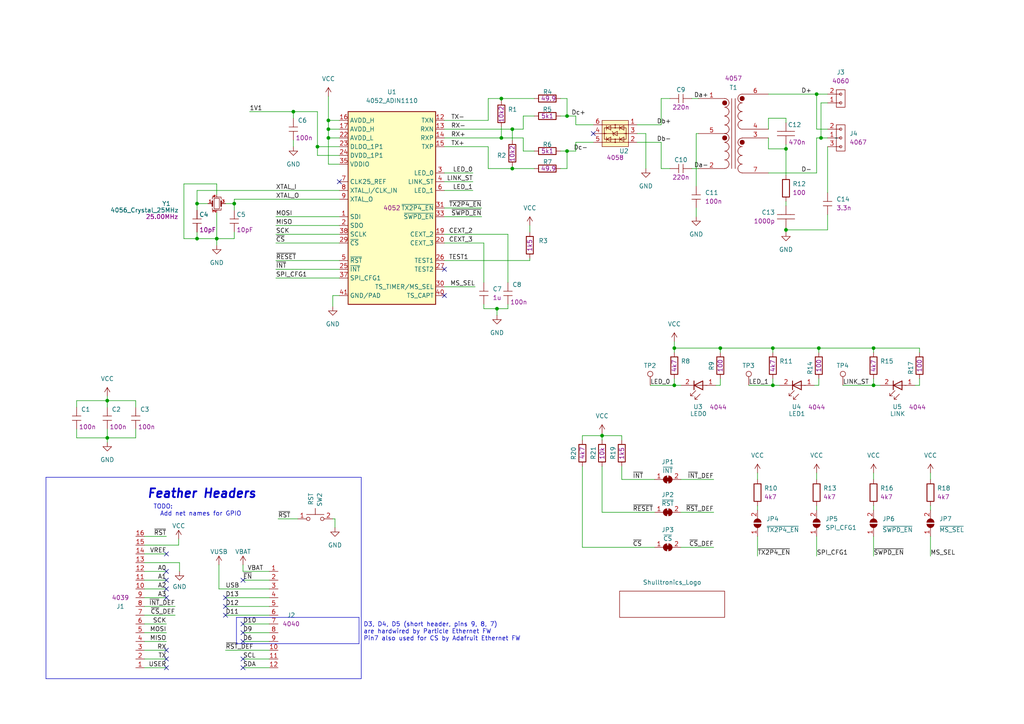
<source format=kicad_sch>
(kicad_sch (version 20230121) (generator eeschema)
  (paper "A4")
  (title_block (title "ADIN1110 FeatherWing") (date "2023-08-16") (rev "A") (company "Shulltronics"))
  (junction (at 236.855 27.305))
  (junction (at 31.115 116.205))
  (junction (at 145.415 40.005))
  (junction (at 144.145 89.535))
  (junction (at 164.465 43.815))
  (junction (at 227.965 66.675))
  (junction (at 62.865 69.215))
  (junction (at 253.365 100.965))
  (junction (at 145.415 28.575))
  (junction (at 67.945 59.055))
  (junction (at 57.15 59.055))
  (junction (at 95.25 34.925))
  (junction (at 174.625 126.365))
  (junction (at 238.125 40.005))
  (junction (at 148.59 48.895))
  (junction (at 208.915 100.965))
  (junction (at 148.59 37.465))
  (junction (at 92.075 42.545))
  (junction (at 224.155 111.76))
  (junction (at 195.58 100.965))
  (junction (at 57.15 69.215))
  (junction (at 164.465 33.655))
  (junction (at 85.09 32.385))
  (junction (at 95.25 40.005))
  (junction (at 253.365 111.76))
  (junction (at 227.965 43.18))
  (junction (at 95.25 37.465))
  (junction (at 224.155 100.965))
  (junction (at 195.58 111.76))
  (junction (at 237.49 100.965))
  (junction (at 31.115 127))
  (no_connect (at 128.905 85.725))
  (no_connect (at 48.26 170.815))
  (no_connect (at 98.425 52.705))
  (no_connect (at 65.405 178.435))
  (no_connect (at 70.485 186.055))
  (no_connect (at 172.085 38.735))
  (no_connect (at 48.26 160.655))
  (no_connect (at 70.485 191.135))
  (no_connect (at 70.485 183.515))
  (no_connect (at 48.26 168.275))
  (no_connect (at 48.26 173.355))
  (no_connect (at 48.26 165.735))
  (no_connect (at 65.405 173.355))
  (no_connect (at 48.26 193.675))
  (no_connect (at 48.26 191.135))
  (no_connect (at 70.485 168.275))
  (no_connect (at 65.405 175.895))
  (no_connect (at 48.26 188.595))
  (no_connect (at 128.905 78.105))
  (no_connect (at 70.485 193.675))
  (no_connect (at 70.485 180.975))
  (wire (pts (xy 80.01 78.105) (xy 98.425 78.105)))
  (wire (pts (xy 145.415 28.575) (xy 145.415 29.21)))
  (wire (pts (xy 191.77 41.275) (xy 191.77 48.895)))
  (wire (pts (xy 238.125 40.005) (xy 240.03 40.005)))
  (wire (pts (xy 201.93 60.325) (xy 201.93 62.865)))
  (wire (pts (xy 151.765 33.655) (xy 154.94 33.655)))
  (wire (pts (xy 145.415 36.83) (xy 145.415 40.005)))
  (wire (pts (xy 224.155 100.965) (xy 237.49 100.965)))
  (wire (pts (xy 140.335 88.265) (xy 140.335 89.535)))
  (wire (pts (xy 39.37 127) (xy 39.37 124.46)))
  (wire (pts (xy 227.965 43.18) (xy 227.965 41.91)))
  (wire (pts (xy 52.07 163.195) (xy 52.07 165.735)))
  (wire (pts (xy 78.105 191.135) (xy 70.485 191.135)))
  (wire (pts (xy 98.425 57.785) (xy 67.945 57.785)))
  (wire (pts (xy 195.58 99.06) (xy 195.58 100.965)))
  (wire (pts (xy 41.91 175.895) (xy 50.8 175.895)))
  (wire (pts (xy 208.915 100.965) (xy 208.915 102.235)))
  (wire (pts (xy 162.56 43.815) (xy 164.465 43.815)))
  (wire (pts (xy 51.816 156.337) (xy 51.816 158.115)))
  (wire (pts (xy 184.785 36.195) (xy 191.77 36.195)))
  (wire (pts (xy 237.49 111.76) (xy 237.49 109.855)))
  (wire (pts (xy 236.855 27.305) (xy 222.885 27.305)))
  (polyline (pts (xy 13.335 138.43) (xy 104.775 138.43)))
  (wire (pts (xy 201.93 38.735) (xy 201.93 53.975)))
  (wire (pts (xy 62.865 69.215) (xy 62.865 71.12)))
  (wire (pts (xy 128.905 75.565) (xy 153.67 75.565)))
  (wire (pts (xy 48.26 180.975) (xy 41.91 180.975)))
  (wire (pts (xy 141.605 48.895) (xy 148.59 48.895)))
  (wire (pts (xy 31.115 127) (xy 22.225 127)))
  (wire (pts (xy 144.145 89.535) (xy 147.32 89.535)))
  (polyline (pts (xy 104.14 186.69) (xy 68.58 186.69)))
  (wire (pts (xy 174.625 148.59) (xy 189.865 148.59)))
  (wire (pts (xy 222.885 34.29) (xy 227.965 34.29)))
  (wire (pts (xy 222.885 40.005) (xy 222.885 43.18)))
  (wire (pts (xy 78.105 193.675) (xy 70.485 193.675)))
  (wire (pts (xy 141.605 42.545) (xy 141.605 48.895)))
  (wire (pts (xy 70.485 163.83) (xy 70.485 165.735)))
  (wire (pts (xy 253.365 155.575) (xy 253.365 161.29)))
  (wire (pts (xy 65.405 173.355) (xy 78.105 173.355)))
  (wire (pts (xy 78.105 186.055) (xy 70.485 186.055)))
  (wire (pts (xy 219.71 137.16) (xy 219.71 139.065)))
  (wire (pts (xy 72.39 32.385) (xy 85.09 32.385)))
  (wire (pts (xy 144.145 89.535) (xy 144.145 91.44)))
  (wire (pts (xy 240.03 37.465) (xy 236.855 37.465)))
  (wire (pts (xy 253.365 146.685) (xy 253.365 147.955)))
  (wire (pts (xy 253.365 137.16) (xy 253.365 139.065)))
  (wire (pts (xy 96.52 85.725) (xy 98.425 85.725)))
  (wire (pts (xy 227.965 66.675) (xy 227.965 67.31)))
  (wire (pts (xy 174.625 126.365) (xy 180.34 126.365)))
  (wire (pts (xy 78.105 180.975) (xy 70.485 180.975)))
  (wire (pts (xy 240.03 42.545) (xy 240.03 55.88)))
  (wire (pts (xy 95.25 34.925) (xy 98.425 34.925)))
  (wire (pts (xy 57.15 69.215) (xy 57.15 67.31)))
  (wire (pts (xy 92.075 45.085) (xy 92.075 42.545)))
  (wire (pts (xy 85.09 32.385) (xy 92.075 32.385)))
  (wire (pts (xy 140.335 81.915) (xy 140.335 70.485)))
  (wire (pts (xy 207.645 111.76) (xy 208.915 111.76)))
  (wire (pts (xy 227.965 66.04) (xy 227.965 66.675)))
  (wire (pts (xy 31.115 116.205) (xy 22.225 116.205)))
  (polyline (pts (xy 13.335 138.43) (xy 13.335 196.85)))
  (wire (pts (xy 148.59 48.895) (xy 154.94 48.895)))
  (wire (pts (xy 219.71 146.685) (xy 219.71 147.955)))
  (wire (pts (xy 67.945 67.31) (xy 67.945 69.215)))
  (wire (pts (xy 164.465 33.655) (xy 164.465 28.575)))
  (wire (pts (xy 80.01 70.485) (xy 98.425 70.485)))
  (wire (pts (xy 41.91 160.655) (xy 48.26 160.655)))
  (wire (pts (xy 168.91 126.365) (xy 168.91 127.635)))
  (wire (pts (xy 48.26 191.135) (xy 41.91 191.135)))
  (wire (pts (xy 237.49 100.965) (xy 237.49 102.235)))
  (wire (pts (xy 31.115 128.27) (xy 31.115 127)))
  (wire (pts (xy 180.34 126.365) (xy 180.34 127.635)))
  (wire (pts (xy 96.52 150.495) (xy 97.155 150.495)))
  (wire (pts (xy 67.945 57.785) (xy 67.945 59.055)))
  (wire (pts (xy 80.01 75.565) (xy 98.425 75.565)))
  (polyline (pts (xy 104.775 196.85) (xy 13.335 196.85)))
  (wire (pts (xy 236.22 111.76) (xy 237.49 111.76)))
  (wire (pts (xy 195.58 109.855) (xy 195.58 111.76)))
  (wire (pts (xy 217.17 111.76) (xy 224.155 111.76)))
  (wire (pts (xy 95.25 47.625) (xy 95.25 40.005)))
  (wire (pts (xy 236.855 146.685) (xy 236.855 147.955)))
  (wire (pts (xy 80.01 67.945) (xy 98.425 67.945)))
  (wire (pts (xy 140.335 89.535) (xy 144.145 89.535)))
  (wire (pts (xy 65.405 188.595) (xy 78.105 188.595)))
  (wire (pts (xy 31.115 124.46) (xy 31.115 127)))
  (polyline (pts (xy 104.14 179.07) (xy 104.14 186.69)))
  (wire (pts (xy 97.155 150.495) (xy 97.155 153.035)))
  (wire (pts (xy 265.43 111.76) (xy 266.7 111.76)))
  (wire (pts (xy 48.26 155.575) (xy 41.91 155.575)))
  (wire (pts (xy 187.325 38.735) (xy 187.325 48.895)))
  (wire (pts (xy 164.465 28.575) (xy 162.56 28.575)))
  (wire (pts (xy 92.075 42.545) (xy 92.075 32.385)))
  (wire (pts (xy 224.155 109.855) (xy 224.155 111.76)))
  (wire (pts (xy 147.32 89.535) (xy 147.32 88.265)))
  (wire (pts (xy 236.855 155.575) (xy 236.855 161.29)))
  (wire (pts (xy 191.77 28.575) (xy 194.31 28.575)))
  (wire (pts (xy 200.66 28.575) (xy 202.565 28.575)))
  (wire (pts (xy 63.5 170.815) (xy 78.105 170.815)))
  (wire (pts (xy 78.105 183.515) (xy 70.485 183.515)))
  (wire (pts (xy 53.34 69.215) (xy 53.34 53.34)))
  (wire (pts (xy 266.7 111.76) (xy 266.7 109.855)))
  (wire (pts (xy 31.115 114.935) (xy 31.115 116.205)))
  (wire (pts (xy 41.91 158.115) (xy 51.816 158.115)))
  (wire (pts (xy 128.905 60.325) (xy 139.7 60.325)))
  (wire (pts (xy 41.91 178.435) (xy 50.8 178.435)))
  (wire (pts (xy 222.885 50.165) (xy 236.855 50.165)))
  (wire (pts (xy 57.15 59.055) (xy 60.325 59.055)))
  (wire (pts (xy 266.7 100.965) (xy 266.7 102.235)))
  (wire (pts (xy 167.005 36.195) (xy 172.085 36.195)))
  (wire (pts (xy 195.58 111.76) (xy 197.485 111.76)))
  (wire (pts (xy 269.875 155.575) (xy 269.875 161.29)))
  (wire (pts (xy 145.415 28.575) (xy 141.605 28.575)))
  (wire (pts (xy 70.485 165.735) (xy 78.105 165.735)))
  (wire (pts (xy 224.155 111.76) (xy 226.06 111.76)))
  (wire (pts (xy 96.52 88.9) (xy 96.52 85.725)))
  (wire (pts (xy 191.77 48.895) (xy 194.31 48.895)))
  (wire (pts (xy 128.905 42.545) (xy 141.605 42.545)))
  (wire (pts (xy 151.765 33.655) (xy 151.765 37.465)))
  (wire (pts (xy 167.005 33.655) (xy 164.465 33.655)))
  (wire (pts (xy 41.91 193.675) (xy 48.26 193.675)))
  (wire (pts (xy 253.365 111.76) (xy 255.27 111.76)))
  (wire (pts (xy 57.15 59.055) (xy 57.15 55.245)))
  (wire (pts (xy 128.905 50.165) (xy 137.16 50.165)))
  (wire (pts (xy 197.485 158.75) (xy 207.01 158.75)))
  (wire (pts (xy 128.905 37.465) (xy 148.59 37.465)))
  (wire (pts (xy 145.415 40.005) (xy 151.765 40.005)))
  (wire (pts (xy 80.01 65.405) (xy 98.425 65.405)))
  (wire (pts (xy 148.59 40.64) (xy 148.59 37.465)))
  (wire (pts (xy 236.855 27.305) (xy 240.03 27.305)))
  (wire (pts (xy 95.25 37.465) (xy 95.25 40.005)))
  (wire (pts (xy 269.875 146.685) (xy 269.875 147.955)))
  (wire (pts (xy 236.855 50.165) (xy 236.855 40.005)))
  (wire (pts (xy 85.09 40.64) (xy 85.09 42.545)))
  (wire (pts (xy 174.625 126.365) (xy 168.91 126.365)))
  (wire (pts (xy 174.625 126.365) (xy 174.625 127.635)))
  (wire (pts (xy 67.945 59.055) (xy 67.945 60.96)))
  (wire (pts (xy 65.405 59.055) (xy 67.945 59.055)))
  (wire (pts (xy 227.965 43.18) (xy 227.965 50.8)))
  (wire (pts (xy 208.915 100.965) (xy 224.155 100.965)))
  (wire (pts (xy 62.865 69.215) (xy 57.15 69.215)))
  (wire (pts (xy 153.67 65.405) (xy 153.67 67.31)))
  (wire (pts (xy 48.26 186.055) (xy 41.91 186.055)))
  (wire (pts (xy 48.26 183.515) (xy 41.91 183.515)))
  (wire (pts (xy 253.365 100.965) (xy 266.7 100.965)))
  (wire (pts (xy 180.34 135.255) (xy 180.34 139.065)))
  (wire (pts (xy 188.595 111.76) (xy 195.58 111.76)))
  (wire (pts (xy 22.225 116.205) (xy 22.225 118.11)))
  (wire (pts (xy 39.37 118.11) (xy 39.37 116.205)))
  (wire (pts (xy 224.155 102.235) (xy 224.155 100.965)))
  (wire (pts (xy 53.34 53.34) (xy 62.865 53.34)))
  (wire (pts (xy 167.005 36.195) (xy 167.005 33.655)))
  (wire (pts (xy 57.15 69.215) (xy 53.34 69.215)))
  (wire (pts (xy 41.91 163.195) (xy 52.07 163.195)))
  (wire (pts (xy 222.885 43.18) (xy 227.965 43.18)))
  (wire (pts (xy 168.91 158.75) (xy 189.865 158.75)))
  (wire (pts (xy 236.855 137.16) (xy 236.855 139.065)))
  (wire (pts (xy 140.335 70.485) (xy 128.905 70.485)))
  (wire (pts (xy 227.965 34.29) (xy 227.965 35.56)))
  (wire (pts (xy 48.26 173.355) (xy 41.91 173.355)))
  (wire (pts (xy 269.875 137.16) (xy 269.875 139.065)))
  (wire (pts (xy 128.905 67.945) (xy 147.32 67.945)))
  (wire (pts (xy 227.965 66.675) (xy 240.03 66.675)))
  (wire (pts (xy 128.905 83.185) (xy 137.795 83.185)))
  (polyline (pts (xy 68.58 179.07) (xy 68.58 186.69)))
  (wire (pts (xy 148.59 37.465) (xy 151.765 37.465)))
  (wire (pts (xy 80.01 80.645) (xy 98.425 80.645)))
  (wire (pts (xy 63.5 163.83) (xy 63.5 170.815)))
  (wire (pts (xy 22.225 127) (xy 22.225 124.46)))
  (wire (pts (xy 48.26 165.735) (xy 41.91 165.735)))
  (wire (pts (xy 92.075 42.545) (xy 98.425 42.545)))
  (wire (pts (xy 128.905 55.245) (xy 137.16 55.245)))
  (wire (pts (xy 65.405 175.895) (xy 78.105 175.895)))
  (wire (pts (xy 222.885 34.29) (xy 222.885 37.465)))
  (wire (pts (xy 48.26 170.815) (xy 41.91 170.815)))
  (wire (pts (xy 167.005 41.275) (xy 172.085 41.275)))
  (wire (pts (xy 98.425 37.465) (xy 95.25 37.465)))
  (wire (pts (xy 197.485 148.59) (xy 207.01 148.59)))
  (wire (pts (xy 95.25 34.925) (xy 95.25 27.94)))
  (wire (pts (xy 98.425 47.625) (xy 95.25 47.625)))
  (wire (pts (xy 148.59 48.26) (xy 148.59 48.895)))
  (wire (pts (xy 31.115 127) (xy 39.37 127)))
  (wire (pts (xy 151.765 40.005) (xy 151.765 43.815)))
  (wire (pts (xy 237.49 100.965) (xy 253.365 100.965)))
  (wire (pts (xy 147.32 67.945) (xy 147.32 81.915)))
  (wire (pts (xy 154.94 28.575) (xy 145.415 28.575)))
  (wire (pts (xy 236.855 27.305) (xy 236.855 37.465)))
  (wire (pts (xy 98.425 45.085) (xy 92.075 45.085)))
  (wire (pts (xy 80.645 150.495) (xy 86.36 150.495)))
  (wire (pts (xy 167.005 43.815) (xy 167.005 41.275)))
  (wire (pts (xy 200.66 48.895) (xy 202.565 48.895)))
  (wire (pts (xy 168.91 135.255) (xy 168.91 158.75)))
  (wire (pts (xy 187.325 38.735) (xy 184.785 38.735)))
  (wire (pts (xy 253.365 102.235) (xy 253.365 100.965)))
  (wire (pts (xy 128.905 52.705) (xy 137.16 52.705)))
  (wire (pts (xy 240.03 29.845) (xy 238.125 29.845)))
  (wire (pts (xy 48.26 168.275) (xy 41.91 168.275)))
  (wire (pts (xy 227.965 58.42) (xy 227.965 59.69)))
  (wire (pts (xy 253.365 109.855) (xy 253.365 111.76)))
  (wire (pts (xy 62.865 61.595) (xy 62.865 69.215)))
  (wire (pts (xy 195.58 102.235) (xy 195.58 100.965)))
  (wire (pts (xy 197.485 139.065) (xy 207.01 139.065)))
  (wire (pts (xy 162.56 33.655) (xy 164.465 33.655)))
  (polyline (pts (xy 104.775 138.43) (xy 104.775 196.85)))
  (wire (pts (xy 62.865 53.34) (xy 62.865 56.515)))
  (wire (pts (xy 80.01 62.865) (xy 98.425 62.865)))
  (wire (pts (xy 65.405 178.435) (xy 78.105 178.435)))
  (wire (pts (xy 98.425 40.005) (xy 95.25 40.005)))
  (wire (pts (xy 57.15 60.96) (xy 57.15 59.055)))
  (wire (pts (xy 236.855 40.005) (xy 238.125 40.005)))
  (wire (pts (xy 184.785 41.275) (xy 191.77 41.275)))
  (wire (pts (xy 141.605 28.575) (xy 141.605 34.925)))
  (wire (pts (xy 219.71 155.575) (xy 219.71 161.29)))
  (wire (pts (xy 208.915 111.76) (xy 208.915 109.855)))
  (wire (pts (xy 238.125 29.845) (xy 238.125 40.005)))
  (wire (pts (xy 67.945 69.215) (xy 62.865 69.215)))
  (wire (pts (xy 174.625 135.255) (xy 174.625 148.59)))
  (wire (pts (xy 128.905 62.865) (xy 139.7 62.865)))
  (wire (pts (xy 162.56 48.895) (xy 164.465 48.895)))
  (wire (pts (xy 240.03 62.23) (xy 240.03 66.675)))
  (wire (pts (xy 128.905 40.005) (xy 145.415 40.005)))
  (wire (pts (xy 244.475 111.76) (xy 253.365 111.76)))
  (wire (pts (xy 191.77 36.195) (xy 191.77 28.575)))
  (wire (pts (xy 95.25 34.925) (xy 95.25 37.465)))
  (wire (pts (xy 31.115 116.205) (xy 31.115 118.11)))
  (wire (pts (xy 128.905 34.925) (xy 141.605 34.925)))
  (wire (pts (xy 39.37 116.205) (xy 31.115 116.205)))
  (wire (pts (xy 180.34 139.065) (xy 189.865 139.065)))
  (wire (pts (xy 154.94 43.815) (xy 151.765 43.815)))
  (wire (pts (xy 48.26 188.595) (xy 41.91 188.595)))
  (wire (pts (xy 174.625 125.73) (xy 174.625 126.365)))
  (wire (pts (xy 195.58 100.965) (xy 208.915 100.965)))
  (wire (pts (xy 164.465 43.815) (xy 164.465 48.895)))
  (polyline (pts (xy 68.58 179.07) (xy 104.14 179.07)))
  (wire (pts (xy 153.67 74.93) (xy 153.67 75.565)))
  (wire (pts (xy 85.09 32.385) (xy 85.09 34.29)))
  (wire (pts (xy 164.465 43.815) (xy 167.005 43.815)))
  (wire (pts (xy 202.565 38.735) (xy 201.93 38.735)))
  (wire (pts (xy 57.15 55.245) (xy 98.425 55.245)))
  (wire (pts (xy 78.105 168.275) (xy 70.485 168.275)))
  (text "TODO:\n  Add net names for GPIO" (at 44.45 149.86 0) (effects (font (size 1.27 1.27)) (justify left bottom)))
  (text "Feather Headers" (at 42.545 144.78 0) (effects (font (size 2.54 2.54) bold italic) (justify left bottom)))
  (text "D3, D4, D5 (short header, pins 9, 8, 7)\nare hardwired by Particle Ethernet FW\nPin7 also used for CS by Adafruit Ethernet FW" (at 105.41 186.055 0) (effects (font (size 1.27 1.27)) (justify left bottom)))
  (label "MISO" (at 80.01 65.405 0))
  (label "LINK_ST" (at 137.16 52.705 180))
  (label "LED_1" (at 137.16 55.245 180))
  (label "MS_SEL" (at 269.875 161.29 0))
  (label "TX-" (at 130.81 34.925 0))
  (label "~{INT}_DEF" (at 50.8 175.895 180))
  (label "MOSI" (at 48.26 183.515 180))
  (label "SDA" (at 70.485 193.675 0))
  (label "Db+" (at 190.5 36.195 0))
  (label "LED_0" (at 137.16 50.165 180))
  (label "SCL" (at 70.485 191.135 0))
  (label "~{SWPD_EN}" (at 253.365 161.29 0))
  (label "CEXT_3" (at 130.175 70.485 0))
  (label "~{INT}" (at 80.01 78.105 0))
  (label "1V1" (at 72.39 32.385 0))
  (label "~{INT}" (at 183.515 139.065 0))
  (label "MISO" (at 48.26 186.055 180))
  (label "VREF" (at 48.26 160.655 180))
  (label "RX" (at 48.26 188.595 180))
  (label "~{RESET}" (at 80.01 75.565 0))
  (label "~{CS}" (at 183.515 158.75 0))
  (label "~{INT}_DEF" (at 207.01 139.065 180))
  (label "D12" (at 65.405 175.895 0))
  (label "~{CS}_DEF" (at 207.01 158.75 180))
  (label "~{RST}_DEF" (at 207.01 148.59 180))
  (label "Db-" (at 190.5 41.275 0))
  (label "~{CS}" (at 80.01 70.485 0))
  (label "~{CS}_DEF" (at 50.8 178.435 180))
  (label "D6" (at 70.485 186.055 0))
  (label "TX" (at 48.26 191.135 180))
  (label "SPI_CFG1" (at 80.01 80.645 0))
  (label "Dc-" (at 166.37 43.815 0))
  (label "A2" (at 48.26 170.815 180))
  (label "USB" (at 65.405 170.815 0))
  (label "CEXT_2" (at 130.175 67.945 0))
  (label "~{TX2P4_EN}" (at 139.7 60.325 180))
  (label "~{RST}" (at 48.26 155.575 180))
  (label "LED_1" (at 217.17 111.76 0))
  (label "LED_0" (at 188.595 111.76 0))
  (label "USER" (at 48.26 193.675 180))
  (label "SPI_CFG1" (at 236.855 161.29 0))
  (label "~{RST}" (at 80.645 150.495 0))
  (label "D9" (at 70.485 183.515 0))
  (label "~{RESET}" (at 183.515 148.59 0))
  (label "D13" (at 65.405 173.355 0))
  (label "RX-" (at 130.81 37.465 0))
  (label "~{TX2P4_EN}" (at 219.71 161.29 0))
  (label "Dc+" (at 165.735 33.655 0))
  (label "A3" (at 48.26 173.355 180))
  (label "RX+" (at 130.81 40.005 0))
  (label "VBAT" (at 71.755 165.735 0))
  (label "MS_SEL" (at 137.795 83.185 180))
  (label "XTAL_I" (at 80.01 55.245 0))
  (label "A1" (at 48.26 168.275 180))
  (label "D+" (at 232.41 27.305 0))
  (label "A0" (at 48.26 165.735 180))
  (label "D11" (at 65.405 178.435 0))
  (label "D10" (at 70.485 180.975 0))
  (label "Da-" (at 201.295 48.895 0))
  (label "~{RST}_DEF" (at 65.405 188.595 0))
  (label "Da+" (at 201.295 28.575 0))
  (label "~{EN}" (at 70.485 168.275 0))
  (label "TX+" (at 130.81 42.545 0))
  (label "TEST1" (at 130.175 75.565 0))
  (label "SCK" (at 48.26 180.975 180))
  (label "XTAL_O" (at 80.01 57.785 0))
  (label "~{SWPD_EN}" (at 139.7 62.865 180))
  (label "SCK" (at 80.01 67.945 0))
  (label "MOSI" (at 80.01 62.865 0))
  (label "D-" (at 232.41 50.165 0))
  (label "LINK_ST" (at 244.475 111.76 0))
  (symbol (lib_id "Shulltronics_Passives:SolderJumper_2_Open") (at 236.855 151.765 90) (unit 1)
    (property "Reference" "JP5" (at 239.395 150.4949 90) (effects (justify right)))
    (property "Value" "SPI_CFG1" (at 239.395 153.0349 90) (effects (justify right)))
    (property "Footprint" "Jumper:SolderJumper-2_P1.3mm_Open_TrianglePad1.0x1.5mm" (effects hide))
  )
  (symbol (lib_id "Shulltronics_Sch_Symbols:VCC") (at 51.816 156.337 0) (unit 1) (in_bom no)
    (property "Reference" "#PWR03" (effects hide))
    (property "Value" "VCC" (at 51.816 152.527 0))
  )
  (symbol (lib_id "Shulltronics_Passives:SolderJumper_2_Open") (at 219.71 151.765 90) (unit 1)
    (property "Reference" "JP4" (at 222.25 150.4949 90) (effects (justify right)))
    (property "Value" "~{TX2P4_EN}" (at 222.25 153.6699 90) (effects (justify right)))
    (property "Footprint" "Jumper:SolderJumper-2_P1.3mm_Open_TrianglePad1.0x1.5mm" (effects hide))
  )
  (symbol (lib_id "Shulltronics_Passives:4063_Capacitor_100n_50V_0402") (at 201.93 56.515 90) (unit 1)
    (property "Reference" "C11" (at 204.47 55.8799 90) (effects (justify right)))
    (property "Value" "4063_Capacitor_100n_50V_0402" (effects hide))
    (property "Footprint" "Shulltronics_Generics:C_0402_HandSolder" (effects hide))
    (property "Datasheet" "https://media.digikey.com/pdf/Data%20Sheets/Samsung%20PDFs/CL05A104KA5NNNC.pdf" (effects hide))
    (property "SPN" "4063" (effects hide))
    (property "Val" "100n" (at 204.47 58.4199 90) (effects (justify right)))
  )
  (symbol (lib_id "Shulltronics_Passives:4038_Resistor_SMD_100_0.125W_1%") (at 208.915 106.045 180) (unit 1)
    (property "Reference" "R9" (at 206.375 104.775 90) (effects (justify left)))
    (property "Value" "4038_Resistor_SMD_100_0.125W_1%" (effects hide))
    (property "Footprint" "Shulltronics_Generics:RES-0402" (effects hide))
    (property "Datasheet" "https://www.te.com/commerce/DocumentDelivery/DDEController?Action=srchrtrv&DocNm=9-1773463-9&DocType=DS&DocLang=English" (effects hide))
    (property "SPN" "4038" (effects hide))
    (property "Val" "100" (at 208.915 104.14 90) (effects (justify left)))
  )
  (symbol (lib_id "Shulltronics_Sch_Symbols:GND") (at 144.145 91.44 0) (unit 1)
    (property "Reference" "#PWR011" (effects hide))
    (property "Value" "GND" (at 144.145 96.52 0))
  )
  (symbol (lib_id "Shulltronics_Sch_Symbols:GND") (at 31.115 128.27 0) (unit 1)
    (property "Reference" "#PWR02" (effects hide))
    (property "Value" "GND" (at 31.115 133.35 0))
  )
  (symbol (lib_id "Shulltronics_Sch_Symbols:VCC") (at 31.115 114.935 0) (unit 1) (in_bom no)
    (property "Reference" "#PWR01" (effects hide))
    (property "Value" "VCC" (at 31.115 109.855 0))
  )
  (symbol (lib_id "Shulltronics_Passives:4062_Capacitor_1nF_2kV_1206") (at 227.965 62.23 90) (unit 1)
    (property "Reference" "C13" (at 224.79 61.5949 90) (effects (justify left)))
    (property "Value" "4062_Capacitor_1nF_2kV_1206" (effects hide))
    (property "Footprint" "Capacitor_SMD:C_1206_3216Metric_Pad1.33x1.80mm_HandSolder" (effects hide))
    (property "Datasheet" "https://datasheets.kyocera-avx.com/HVKGM.pdf" (effects hide))
    (property "SPN" "4062" (effects hide))
    (property "Val" "1000p" (at 224.79 64.1349 90) (effects (justify left)))
  )
  (symbol (lib_id "Shulltronics_Passives:4064_Resistor_SMD_4k7_0.10W_1%") (at 195.58 106.045 0) (unit 1)
    (property "Reference" "R8" (at 197.485 104.7749 0) (effects (justify left)))
    (property "Value" "4064_Resistor_SMD_4k7_0.10W_1%" (effects hide))
    (property "Footprint" "Shulltronics_Generics:RES-0402" (effects hide))
    (property "Datasheet" "https://industrial.panasonic.com/cdbs/www-data/pdf/RDA0000/AOA0000C304.pdf" (effects hide))
    (property "SPN" "4064" (effects hide))
    (property "Val" "4k7" (at 195.58 107.95 90) (effects (justify left)))
  )
  (symbol (lib_id "Shulltronics_Opto:4044_LED_RED_SMD") (at 231.14 111.76 180) (unit 1)
    (property "Reference" "U4" (at 232.41 117.9829 0) (effects (justify left)))
    (property "Value" "LED1" (at 231.14 120.015 0))
    (property "Footprint" "Shulltronics_Generics:LED_0402" (effects hide))
    (property "Datasheet" "https://docs.broadcom.com/doc/AV02-0602EN" (effects hide))
    (property "SPN" "4044" (at 239.395 118.11 0) (effects (justify left)))
  )
  (symbol (lib_id "Shulltronics_Passives:4013_Capacitor_1u_16V_0402") (at 140.335 84.455 90) (unit 1)
    (property "Reference" "C7" (at 142.875 83.8199 90) (effects (justify right)))
    (property "Value" "4013_Capacitor_1u_16V_0402" (effects hide))
    (property "Footprint" "Shulltronics_Generics:C_0402_HandSolder" (effects hide))
    (property "Datasheet" "https://media.digikey.com/pdf/Data%20Sheets/Samsung%20PDFs/CL05A104KA5NNNC.pdf" (effects hide))
    (property "SPN" "4013" (effects hide))
    (property "Val" "1u" (at 142.875 86.3599 90) (effects (justify right)))
  )
  (symbol (lib_id "Shulltronics_Passives:4065_Resistor_SMD_1k5_0.10W_1%") (at 180.34 131.445 0) (unit 1)
    (property "Reference" "R19" (at 177.8 133.35 90) (effects (justify left)))
    (property "Value" "4065_Resistor_SMD_1k5_0.10W_1%" (effects hide))
    (property "Footprint" "Shulltronics_Generics:RES-0402" (effects hide))
    (property "Datasheet" "https://industrial.panasonic.com/cdbs/www-data/pdf/RDA0000/AOA0000C304.pdf" (effects hide))
    (property "SPN" "4065" (effects hide))
    (property "Val" "1k5" (at 180.34 133.35 90) (effects (justify left)))
  )
  (symbol (lib_id "Shulltronics_Passives:4038_Resistor_SMD_100_0.125W_1%") (at 237.49 106.045 180) (unit 1)
    (property "Reference" "R14" (at 234.95 104.775 90) (effects (justify left)))
    (property "Value" "4038_Resistor_SMD_100_0.125W_1%" (effects hide))
    (property "Footprint" "Shulltronics_Generics:RES-0402" (effects hide))
    (property "Datasheet" "https://www.te.com/commerce/DocumentDelivery/DDEController?Action=srchrtrv&DocNm=9-1773463-9&DocType=DS&DocLang=English" (effects hide))
    (property "SPN" "4038" (effects hide))
    (property "Val" "100" (at 237.49 104.14 90) (effects (justify left)))
  )
  (symbol (lib_id "Shulltronics_Passives:3089_Capacitor_100n_16V_0402") (at 39.37 120.65 90) (unit 1)
    (property "Reference" "C3" (at 40.64 118.745 90) (effects (justify right)))
    (property "Value" "3089_Capacitor_100n_16V_0402" (effects hide))
    (property "Footprint" "Shulltronics_Generics:C_0402_HandSolder" (effects hide))
    (property "Datasheet" "https://media.digikey.com/pdf/Data%20Sheets/Samsung%20PDFs/CL05A104KA5NNNC.pdf" (effects hide))
    (property "SPN" "3089" (effects hide))
    (property "Val" "100n" (at 40.005 123.825 90) (effects (justify right)))
  )
  (symbol (lib_id "Shulltronics_Passives:4064_Resistor_SMD_4k7_0.10W_1%") (at 168.91 131.445 180) (unit 1)
    (property "Reference" "R20" (at 166.37 129.54 90) (effects (justify left)))
    (property "Value" "4064_Resistor_SMD_4k7_0.10W_1%" (effects hide))
    (property "Footprint" "Shulltronics_Generics:RES-0402" (effects hide))
    (property "Datasheet" "https://industrial.panasonic.com/cdbs/www-data/pdf/RDA0000/AOA0000C304.pdf" (effects hide))
    (property "SPN" "4064" (effects hide))
    (property "Val" "4k7" (at 168.91 129.54 90) (effects (justify left)))
  )
  (symbol (lib_id "Shulltronics_ICs:4052_ADIN1110") (at 113.665 60.325 0) (unit 1)
    (property "Reference" "U1" (at 113.665 26.67 0))
    (property "Value" "4052_ADIN1110" (at 113.665 29.21 0))
    (property "Footprint" "Shulltronics_Integrated_Circuits:4052_ADIN1110_40QFN" (effects hide))
    (property "Datasheet" "https://www.analog.com/media/en/technical-documentation/data-sheets/adin1110.pdf" (effects hide))
    (property "SPN" "4052" (at 113.665 60.325 0))
  )
  (symbol (lib_id "Shulltronics_Passives:4066_Resistor_SMD_10k2_0.1W_1%_0603") (at 148.59 44.45 0) (unit 1)
    (property "Reference" "R2" (at 144.145 45.085 0) (effects (justify left)))
    (property "Value" "4066_Resistor_SMD_10k2_0.1W_1%_0603" (effects hide))
    (property "Footprint" "Resistor_SMD:R_0603_1608Metric_Pad0.98x0.95mm_HandSolder" (effects hide))
    (property "Datasheet" "https://www.yageo.com/upload/media/product/productsearch/datasheet/rchip/PYu-RC_Group_51_RoHS_L_12.pdf" (effects hide))
    (property "SPN" "4066" (effects hide))
    (property "Val" "10k2" (at 148.59 46.99 90) (effects (justify left)))
  )
  (symbol (lib_id "Shulltronics_Sch_Symbols:GND") (at 97.155 153.035 0) (unit 1)
    (property "Reference" "#PWR021" (effects hide))
    (property "Value" "GND" (at 97.155 158.115 0))
  )
  (symbol (lib_id "Shulltronics_Sch_Symbols:TestPoint") (at 244.475 111.76 0) (unit 1)
    (property "Reference" "TP4" (at 242.57 106.045 0) (effects (justify left)))
    (property "Value" "LINK" (effects hide))
    (property "Footprint" "Connector_Pin:Pin_D0.7mm_L6.5mm_W1.8mm_FlatFork" (effects hide))
  )
  (symbol (lib_id "Shulltronics_Opto:4044_LED_RED_SMD") (at 260.35 111.76 180) (unit 1)
    (property "Reference" "U5" (at 261.62 117.9829 0) (effects (justify left)))
    (property "Value" "LINK" (at 260.35 120.015 0))
    (property "Footprint" "Shulltronics_Generics:LED_0402" (effects hide))
    (property "Datasheet" "https://docs.broadcom.com/doc/AV02-0602EN" (effects hide))
    (property "SPN" "4044" (at 268.605 118.11 0) (effects (justify left)))
  )
  (symbol (lib_id "Shulltronics_Sch_Symbols:VCC") (at 219.71 137.16 0) (unit 1) (in_bom no)
    (property "Reference" "#PWR016" (effects hide))
    (property "Value" "VCC" (at 219.71 132.08 0))
  )
  (symbol (lib_id "Shulltronics_Passives:4055_Capacitor_10pF_50V_0402") (at 67.945 63.5 90) (unit 1)
    (property "Reference" "C5" (at 68.58 62.23 90) (effects (justify right)))
    (property "Value" "4055_Capacitor_10pF_50V_0402" (effects hide))
    (property "Footprint" "Shulltronics_Generics:C_0402_HandSolder" (effects hide))
    (property "Datasheet" "https://media.digikey.com/pdf/Data%20Sheets/Samsung%20PDFs/CL05C100CB5NNNC_Spec.pdf" (effects hide))
    (property "SPN" "4055" (effects hide))
    (property "Val" "10pF" (at 68.58 66.675 90) (effects (justify right)))
  )
  (symbol (lib_id "Shulltronics_Sch_Symbols:GND") (at 201.93 62.865 0) (unit 1)
    (property "Reference" "#PWR015" (effects hide))
    (property "Value" "GND" (at 201.93 67.945 0))
  )
  (symbol (lib_id "Shulltronics_Sch_Symbols:VCC") (at 269.875 137.16 0) (unit 1) (in_bom no)
    (property "Reference" "#PWR020" (effects hide))
    (property "Value" "VCC" (at 269.875 132.08 0))
  )
  (symbol (lib_id "Shulltronics_ElectroMechanical:4012_PushButton_NO_SMD") (at 91.44 150.495 0) (unit 1)
    (property "Reference" "SW2" (at 92.71 142.875 90) (effects (justify right)))
    (property "Value" "RST" (at 90.17 142.875 90) (effects (justify right)))
    (property "Footprint" "Shulltronics_ElectroMechanical:4012_PushButton_NO_SMD" (effects hide))
    (property "Datasheet" "https://www.we-online.com/catalog/datasheet/434133025816.pdf" (effects hide))
    (property "SPN" "4012" (effects hide))
  )
  (symbol (lib_id "Shulltronics_Passives:4055_Capacitor_10pF_50V_0402") (at 57.15 63.5 90) (unit 1)
    (property "Reference" "C4" (at 57.785 62.23 90) (effects (justify right)))
    (property "Value" "4055_Capacitor_10pF_50V_0402" (effects hide))
    (property "Footprint" "Shulltronics_Generics:C_0402_HandSolder" (effects hide))
    (property "Datasheet" "https://media.digikey.com/pdf/Data%20Sheets/Samsung%20PDFs/CL05C100CB5NNNC_Spec.pdf" (effects hide))
    (property "SPN" "4055" (effects hide))
    (property "Val" "10pF" (at 57.785 66.675 90) (effects (justify right)))
  )
  (symbol (lib_id "Shulltronics_Passives:3089_Capacitor_100n_16V_0402") (at 147.32 84.455 90) (unit 1)
    (property "Reference" "C8" (at 148.59 82.55 90) (effects (justify right)))
    (property "Value" "3089_Capacitor_100n_16V_0402" (effects hide))
    (property "Footprint" "Shulltronics_Generics:C_0402_HandSolder" (effects hide))
    (property "Datasheet" "https://media.digikey.com/pdf/Data%20Sheets/Samsung%20PDFs/CL05A104KA5NNNC.pdf" (effects hide))
    (property "SPN" "3089" (effects hide))
    (property "Val" "100n" (at 147.955 87.63 90) (effects (justify right)))
  )
  (symbol (lib_id "Shulltronics_Sch_Symbols:VCC") (at 95.25 27.94 0) (unit 1) (in_bom no)
    (property "Reference" "#PWR09" (effects hide))
    (property "Value" "VCC" (at 95.25 22.86 0))
  )
  (symbol (lib_id "Shulltronics_Passives:4069_Capacitor_3.3n_50V_0402") (at 240.03 58.42 90) (unit 1)
    (property "Reference" "C14" (at 242.57 57.785 90) (effects (justify right)))
    (property "Value" "4069_Capacitor_3.3n_50V_0402" (effects hide))
    (property "Footprint" "Shulltronics_Generics:C_0402_HandSolder" (effects hide))
    (property "Datasheet" "https://media.digikey.com/pdf/Data%20Sheets/Samsung%20PDFs/CL05A104KA5NNNC.pdf" (effects hide))
    (property "SPN" "4069" (effects hide))
    (property "Val" "3.3n" (at 242.57 60.325 90) (effects (justify right)))
  )
  (symbol (lib_id "Shulltronics_Sch_Symbols:TestPoint") (at 217.17 111.76 0) (unit 1)
    (property "Reference" "TP3" (at 215.265 106.045 0) (effects (justify left)))
    (property "Value" "LED1" (effects hide))
    (property "Footprint" "Connector_Pin:Pin_D0.7mm_L6.5mm_W1.8mm_FlatFork" (effects hide))
  )
  (symbol (lib_id "Shulltronics_Passives:4064_Resistor_SMD_4k7_0.10W_1%") (at 219.71 142.875 0) (unit 1)
    (property "Reference" "R10" (at 221.615 141.6049 0) (effects (justify left)))
    (property "Value" "4064_Resistor_SMD_4k7_0.10W_1%" (effects hide))
    (property "Footprint" "Shulltronics_Generics:RES-0402" (effects hide))
    (property "Datasheet" "https://industrial.panasonic.com/cdbs/www-data/pdf/RDA0000/AOA0000C304.pdf" (effects hide))
    (property "SPN" "4064" (effects hide))
    (property "Val" "4k7" (at 221.615 144.1449 0) (effects (justify left)))
  )
  (symbol (lib_id "Shulltronics_Opto:4044_LED_RED_SMD") (at 202.565 111.76 180) (unit 1)
    (property "Reference" "U3" (at 203.835 117.9829 0) (effects (justify left)))
    (property "Value" "LED0" (at 202.565 120.015 0))
    (property "Footprint" "Shulltronics_Generics:LED_0402" (effects hide))
    (property "Datasheet" "https://docs.broadcom.com/doc/AV02-0602EN" (effects hide))
    (property "SPN" "4044" (at 210.82 118.11 0) (effects (justify left)))
  )
  (symbol (lib_id "Shulltronics_Sch_Symbols:Shulltronics_Logo") (at 194.945 175.26 0) (unit 1) (in_bom no)
    (property "Reference" "L1" (effects hide))
    (property "Value" "Shulltronics_Logo" (at 194.945 168.91 0))
    (property "Footprint" "Shulltronics_Generics:Shulltronics_Logo" (effects hide))
  )
  (symbol (lib_id "Shulltronics_Sch_Symbols:VBAT") (at 70.485 163.83 0) (unit 1) (in_bom no)
    (property "Reference" "#PWR07" (effects hide))
    (property "Value" "VBAT" (at 70.485 160.02 0))
  )
  (symbol (lib_id "Shulltronics_Passives:4064_Resistor_SMD_4k7_0.10W_1%") (at 269.875 142.875 0) (unit 1)
    (property "Reference" "R18" (at 271.78 141.6049 0) (effects (justify left)))
    (property "Value" "4064_Resistor_SMD_4k7_0.10W_1%" (effects hide))
    (property "Footprint" "Shulltronics_Generics:RES-0402" (effects hide))
    (property "Datasheet" "https://industrial.panasonic.com/cdbs/www-data/pdf/RDA0000/AOA0000C304.pdf" (effects hide))
    (property "SPN" "4064" (effects hide))
    (property "Val" "4k7" (at 271.78 144.1449 0) (effects (justify left)))
  )
  (symbol (lib_id "Shulltronics_Sch_Symbols:VCC") (at 174.625 125.73 0) (unit 1) (in_bom no)
    (property "Reference" "#PWR022" (effects hide))
    (property "Value" "VCC" (at 174.625 120.65 0))
  )
  (symbol (lib_id "Shulltronics_Passives:4038_Resistor_SMD_100_0.125W_1%") (at 227.965 54.61 0) (unit 1)
    (property "Reference" "R12" (at 229.87 53.3399 0) (effects (justify left)))
    (property "Value" "4038_Resistor_SMD_100_0.125W_1%" (effects hide))
    (property "Footprint" "Shulltronics_Generics:RES-0402" (effects hide))
    (property "Datasheet" "https://www.te.com/commerce/DocumentDelivery/DDEController?Action=srchrtrv&DocNm=9-1773463-9&DocType=DS&DocLang=English" (effects hide))
    (property "SPN" "4038" (effects hide))
    (property "Val" "100" (at 229.87 55.8799 0) (effects (justify left)))
  )
  (symbol (lib_id "Shulltronics_Sch_Symbols:GND") (at 62.865 71.12 0) (unit 1)
    (property "Reference" "#PWR05" (effects hide))
    (property "Value" "GND" (at 62.865 76.2 0))
  )
  (symbol (lib_id "Shulltronics_Passives:3089_Capacitor_100n_16V_0402") (at 85.09 36.83 90) (unit 1)
    (property "Reference" "C6" (at 86.36 34.925 90) (effects (justify right)))
    (property "Value" "3089_Capacitor_100n_16V_0402" (effects hide))
    (property "Footprint" "Shulltronics_Generics:C_0402_HandSolder" (effects hide))
    (property "Datasheet" "https://media.digikey.com/pdf/Data%20Sheets/Samsung%20PDFs/CL05A104KA5NNNC.pdf" (effects hide))
    (property "SPN" "3089" (effects hide))
    (property "Val" "100n" (at 85.725 40.005 90) (effects (justify right)))
  )
  (symbol (lib_id "Shulltronics_Passives:4008_Resistor_SMD_10k_0.125W_1%") (at 174.625 131.445 0) (unit 1)
    (property "Reference" "R21" (at 172.085 133.35 90) (effects (justify left)))
    (property "Value" "4008_Resistor_SMD_10k_0.125W_1%" (effects hide))
    (property "Footprint" "Shulltronics_Generics:RES-0402" (effects hide))
    (property "Datasheet" "https://www.te.com/commerce/DocumentDelivery/DDEController?Action=srchrtrv&DocNm=9-1773463-9&DocType=DS&DocLang=English" (effects hide))
    (property "SPN" "4008" (effects hide))
    (property "Val" "10k" (at 174.625 133.35 90) (effects (justify left)))
  )
  (symbol (lib_id "Shulltronics_Connectors:4039_Header_Male_Vert_16pin_0.1in") (at 39.37 174.625 0) (mirror y) (unit 1)
    (property "Reference" "J1" (at 34.925 175.895 0))
    (property "Value" "4039_Header_Male_Vert_16pin_0.1in" (effects hide))
    (property "Footprint" "Shulltronics_Connectors:4039_Header_16pos_2.54mm" (effects hide))
    (property "Datasheet" "https://www.we-online.com/katalog/datasheet/6130xx11121.pdf" (effects hide))
    (property "SPN" "4039" (at 34.925 173.355 0))
  )
  (symbol (lib_id "Shulltronics_Sch_Symbols:VCC") (at 153.67 65.405 0) (unit 1) (in_bom no)
    (property "Reference" "#PWR012" (effects hide))
    (property "Value" "VCC" (at 153.67 60.325 0))
  )
  (symbol (lib_id "Shulltronics_Passives:4064_Resistor_SMD_4k7_0.10W_1%") (at 236.855 142.875 0) (unit 1)
    (property "Reference" "R13" (at 238.76 141.6049 0) (effects (justify left)))
    (property "Value" "4064_Resistor_SMD_4k7_0.10W_1%" (effects hide))
    (property "Footprint" "Shulltronics_Generics:RES-0402" (effects hide))
    (property "Datasheet" "https://industrial.panasonic.com/cdbs/www-data/pdf/RDA0000/AOA0000C304.pdf" (effects hide))
    (property "SPN" "4064" (effects hide))
    (property "Val" "4k7" (at 238.76 144.1449 0) (effects (justify left)))
  )
  (symbol (lib_id "Shulltronics_Passives:4056_Crystal_25MHz") (at 62.865 59.055 0) (unit 1)
    (property "Reference" "Y1" (at 48.26 59.055 0))
    (property "Value" "4056_Crystal_25MHz" (at 41.91 60.96 0))
    (property "Footprint" "Shulltronics_Passives:4004-Crystal-12MHz-4Pin_2.5x2.0mm" (effects hide))
    (property "Datasheet" "https://www.we-online.com/components/products/datasheet/830063334.pdf" (effects hide))
    (property "SPN" "4056" (effects hide))
    (property "Val" "25.00MHz" (at 46.99 62.865 0))
  )
  (symbol (lib_id "Shulltronics_Passives:4064_Resistor_SMD_4k7_0.10W_1%") (at 253.365 106.045 0) (unit 1)
    (property "Reference" "R15" (at 255.27 104.7749 0) (effects (justify left)))
    (property "Value" "4064_Resistor_SMD_4k7_0.10W_1%" (effects hide))
    (property "Footprint" "Shulltronics_Generics:RES-0402" (effects hide))
    (property "Datasheet" "https://industrial.panasonic.com/cdbs/www-data/pdf/RDA0000/AOA0000C304.pdf" (effects hide))
    (property "SPN" "4064" (effects hide))
    (property "Val" "4k7" (at 253.365 107.95 90) (effects (justify left)))
  )
  (symbol (lib_id "Shulltronics_Sch_Symbols:GND") (at 52.07 165.735 0) (unit 1)
    (property "Reference" "#PWR04" (effects hide))
    (property "Value" "GND" (at 52.07 170.18 0))
  )
  (symbol (lib_id "Shulltronics_Sch_Symbols:GND") (at 187.325 48.895 0) (unit 1)
    (property "Reference" "#PWR013" (effects hide))
    (property "Value" "GND" (at 187.325 53.975 0))
  )
  (symbol (lib_id "Shulltronics_Passives:4061_Capacitor_470nF_100V_0805") (at 227.965 38.1 90) (unit 1)
    (property "Reference" "C12" (at 232.41 36.195 90) (effects (justify left)))
    (property "Value" "4061_Capacitor_470nF_100V_0805" (effects hide))
    (property "Footprint" "Capacitor_SMD:C_0805_2012Metric_Pad1.18x1.45mm_HandSolder" (effects hide))
    (property "Datasheet" "https://media.digikey.com/pdf/Data%20Sheets/AVX%20PDFs/KAF_Series_FLEXITERM_Auto.pdf" (effects hide))
    (property "SPN" "4061" (effects hide))
    (property "Val" "470n" (at 233.68 41.275 90) (effects (justify left)))
  )
  (symbol (lib_id "Shulltronics_Sch_Symbols:GND") (at 227.965 67.31 0) (unit 1)
    (property "Reference" "#PWR017" (effects hide))
    (property "Value" "GND" (at 227.965 72.39 0))
  )
  (symbol (lib_id "Shulltronics_Passives:3089_Capacitor_100n_16V_0402") (at 31.115 120.65 90) (unit 1)
    (property "Reference" "C2" (at 32.385 118.745 90) (effects (justify right)))
    (property "Value" "3089_Capacitor_100n_16V_0402" (effects hide))
    (property "Footprint" "Shulltronics_Generics:C_0402_HandSolder" (effects hide))
    (property "Datasheet" "https://media.digikey.com/pdf/Data%20Sheets/Samsung%20PDFs/CL05A104KA5NNNC.pdf" (effects hide))
    (property "SPN" "3089" (effects hide))
    (property "Val" "100n" (at 31.75 123.825 90) (effects (justify right)))
  )
  (symbol (lib_id "Shulltronics_Sch_Symbols:VUSB") (at 63.5 163.83 0) (mirror y) (unit 1) (in_bom no)
    (property "Reference" "#PWR06" (effects hide))
    (property "Value" "VUSB" (at 63.5 160.02 0))
  )
  (symbol (lib_id "Shulltronics_Passives:4065_Resistor_SMD_1k5_0.10W_1%") (at 153.67 71.12 0) (unit 1)
    (property "Reference" "R3" (at 156.21 69.8499 0) (effects (justify left)))
    (property "Value" "4065_Resistor_SMD_1k5_0.10W_1%" (effects hide))
    (property "Footprint" "Shulltronics_Generics:RES-0402" (effects hide))
    (property "Datasheet" "https://industrial.panasonic.com/cdbs/www-data/pdf/RDA0000/AOA0000C304.pdf" (effects hide))
    (property "SPN" "4065" (effects hide))
    (property "Val" "1k5" (at 153.67 73.025 90) (effects (justify left)))
  )
  (symbol (lib_id "Shulltronics_Passives:4064_Resistor_SMD_4k7_0.10W_1%") (at 224.155 106.045 0) (unit 1)
    (property "Reference" "R11" (at 226.06 104.7749 0) (effects (justify left)))
    (property "Value" "4064_Resistor_SMD_4k7_0.10W_1%" (effects hide))
    (property "Footprint" "Shulltronics_Generics:RES-0402" (effects hide))
    (property "Datasheet" "https://industrial.panasonic.com/cdbs/www-data/pdf/RDA0000/AOA0000C304.pdf" (effects hide))
    (property "SPN" "4064" (effects hide))
    (property "Val" "4k7" (at 224.155 107.95 90) (effects (justify left)))
  )
  (symbol (lib_id "Shulltronics_Sch_Symbols:GND") (at 85.09 42.545 0) (unit 1)
    (property "Reference" "#PWR08" (effects hide))
    (property "Value" "GND" (at 85.09 47.625 0))
  )
  (symbol (lib_id "Shulltronics_Passives:4057_Super_Tiny_Signal_Transformer") (at 212.725 38.735 0) (unit 1)
    (property "Reference" "T1" (at 212.725 25.4 0))
    (property "Value" "4057_Super_Tiny_Signal_Transformer" (effects hide))
    (property "Footprint" "Shulltronics_Passives:4057_Super_Tiny_Signal_Transformer" (effects hide))
    (property "Datasheet" "https://www.we-online.com/components/products/datasheet/74930000.pdf" (effects hide))
    (property "SPN" "4057" (at 212.725 22.733 0))
  )
  (symbol (lib_id "Shulltronics_Passives:4009_Resistor_SMD_5k1_0.10W_1%") (at 158.75 33.655 90) (unit 1)
    (property "Reference" "R5" (at 158.75 31.75 90))
    (property "Value" "4009_Resistor_SMD_5k1_0.10W_1%" (effects hide))
    (property "Footprint" "Shulltronics_Generics:RES-0402" (effects hide))
    (property "Datasheet" "https://industrial.panasonic.com/cdbs/www-data/pdf/RDA0000/AOA0000C304.pdf" (effects hide))
    (property "SPN" "4009" (effects hide))
    (property "Val" "5k1" (at 158.75 33.655 90))
  )
  (symbol (lib_id "Shulltronics_Passives:SolderJumper_2_Open") (at 269.875 151.765 90) (unit 1)
    (property "Reference" "JP7" (at 272.415 150.4949 90) (effects (justify right)))
    (property "Value" "~{MS_SEL}" (at 272.415 153.6699 90) (effects (justify right)))
    (property "Footprint" "Jumper:SolderJumper-2_P1.3mm_Open_TrianglePad1.0x1.5mm" (effects hide))
  )
  (symbol (lib_id "Shulltronics_Passives:4066_Resistor_SMD_10k2_0.1W_1%_0603") (at 145.415 33.02 0) (unit 1)
    (property "Reference" "R1" (at 147.32 31.75 0) (effects (justify left)))
    (property "Value" "4066_Resistor_SMD_10k2_0.1W_1%_0603" (effects hide))
    (property "Footprint" "Resistor_SMD:R_0603_1608Metric_Pad0.98x0.95mm_HandSolder" (effects hide))
    (property "Datasheet" "https://www.yageo.com/upload/media/product/productsearch/datasheet/rchip/PYu-RC_Group_51_RoHS_L_12.pdf" (effects hide))
    (property "SPN" "4066" (effects hide))
    (property "Val" "10k2" (at 145.415 35.56 90) (effects (justify left)))
  )
  (symbol (lib_id "Shulltronics_Sch_Symbols:TestPoint") (at 188.595 111.76 0) (unit 1)
    (property "Reference" "TP2" (at 186.69 106.045 0) (effects (justify left)))
    (property "Value" "LED0" (effects hide))
    (property "Footprint" "Connector_Pin:Pin_D0.7mm_L6.5mm_W1.8mm_FlatFork" (effects hide))
  )
  (symbol (lib_id "Shulltronics_Connectors:4060_TerminalBlock_NoScrew") (at 240.03 28.575 0) (mirror x) (unit 1)
    (property "Reference" "J3" (at 243.84 20.955 0))
    (property "Value" "4060_TerminalBlock_NoScrew" (effects hide))
    (property "Footprint" "TerminalBlock:TerminalBlock_bornier-2_P5.08mm" (effects hide))
    (property "Datasheet" "https://www.we-online.com/components/products/datasheet/6914115100xx.pdf" (effects hide))
    (property "SPN" "4060" (at 243.84 23.495 0))
  )
  (symbol (lib_id "Shulltronics_Sch_Symbols:VCC") (at 236.855 137.16 0) (unit 1) (in_bom no)
    (property "Reference" "#PWR018" (effects hide))
    (property "Value" "VCC" (at 236.855 132.08 0))
  )
  (symbol (lib_id "Shulltronics_Passives:SolderJumper_2_Bridged") (at 193.675 139.065 0) (unit 1)
    (property "Reference" "JP1" (at 193.675 133.985 0))
    (property "Value" "~{INT}" (at 193.675 136.525 0))
    (property "Footprint" "Jumper:SolderJumper-2_P1.3mm_Bridged_Pad1.0x1.5mm" (effects hide))
  )
  (symbol (lib_id "Shulltronics_Passives:SolderJumper_2_Bridged") (at 193.675 148.59 0) (unit 1)
    (property "Reference" "JP2" (at 193.675 143.51 0))
    (property "Value" "~{RST}" (at 193.675 146.05 0))
    (property "Footprint" "Jumper:SolderJumper-2_P1.3mm_Bridged_Pad1.0x1.5mm" (effects hide))
  )
  (symbol (lib_id "Shulltronics_Sch_Symbols:GND") (at 96.52 88.9 0) (unit 1)
    (property "Reference" "#PWR010" (effects hide))
    (property "Value" "GND" (at 96.52 93.98 0))
  )
  (symbol (lib_id "Shulltronics_Passives:4038_Resistor_SMD_100_0.125W_1%") (at 266.7 106.045 180) (unit 1)
    (property "Reference" "R17" (at 264.16 104.775 90) (effects (justify left)))
    (property "Value" "4038_Resistor_SMD_100_0.125W_1%" (effects hide))
    (property "Footprint" "Shulltronics_Generics:RES-0402" (effects hide))
    (property "Datasheet" "https://www.te.com/commerce/DocumentDelivery/DDEController?Action=srchrtrv&DocNm=9-1773463-9&DocType=DS&DocLang=English" (effects hide))
    (property "SPN" "4038" (effects hide))
    (property "Val" "100" (at 266.7 104.14 90) (effects (justify left)))
  )
  (symbol (lib_id "Shulltronics_Passives:SolderJumper_2_Open") (at 253.365 151.765 90) (unit 1)
    (property "Reference" "JP6" (at 255.905 150.4949 90) (effects (justify right)))
    (property "Value" "~{SWPD_EN}" (at 255.905 153.6699 90) (effects (justify right)))
    (property "Footprint" "Jumper:SolderJumper-2_P1.3mm_Open_TrianglePad1.0x1.5mm" (effects hide))
  )
  (symbol (lib_id "Shulltronics_Connectors:4040_Header_Male_Vert_12pin_0.1in") (at 80.645 179.705 0) (mirror x) (unit 1)
    (property "Reference" "J2" (at 84.455 178.435 0))
    (property "Value" "4040_Header_Male_Vert_12pin_0.1in" (effects hide))
    (property "Footprint" "Shulltronics_Connectors:4040_Header_12pos_2.54mm" (effects hide))
    (property "Datasheet" "https://www.we-online.com/katalog/datasheet/6130xx11121.pdf" (effects hide))
    (property "SPN" "4040" (at 84.455 180.975 0))
  )
  (symbol (lib_id "Shulltronics_Connectors:4067_SPE_IP20_Right_Angle") (at 242.57 40.005 0) (unit 1)
    (property "Reference" "J4" (at 246.38 38.735 0) (effects (justify left)))
    (property "Value" "~" (at 242.57 40.005 0))
    (property "Footprint" "Shulltronics_Connectors:4067_SPE_IP20" (effects hide))
    (property "Datasheet" "https://cdn.amphenol-cs.com/media/wysiwyg/files/drawing/p-mspe-j2l0-b00.pdf" (effects hide))
    (property "SPN" "4067" (at 246.38 41.275 0) (effects (justify left)))
  )
  (symbol (lib_id "Shulltronics_Passives:4053_Resistor_SMD_49.9_0.125W_1%") (at 158.75 48.895 270) (unit 1)
    (property "Reference" "R7" (at 157.48 46.99 90) (effects (justify left)))
    (property "Value" "4053_Resistor_SMD_49.9_0.125W_1%" (effects hide))
    (property "Footprint" "Shulltronics_Generics:RES-0402" (effects hide))
    (property "Datasheet" "https://www.yageo.com/upload/media/product/productsearch/datasheet/rchip/PYu-RC_Group_51_RoHS_L_12.pdf" (effects hide))
    (property "SPN" "4053" (effects hide))
    (property "Val" "49.9" (at 156.845 48.895 90) (effects (justify left)))
  )
  (symbol (lib_id "Shulltronics_Semiconductors:4058_TVS_2CH_Super_Speed") (at 178.435 38.735 90) (mirror x) (unit 1)
    (property "Reference" "U2" (at 180.975 43.815 90))
    (property "Value" "4058_TVS_2CH_Super_Speed" (effects hide))
    (property "Footprint" "Shulltronics_Integrated_Circuits:4058_TVS_2CH_Super_Speed" (effects hide))
    (property "Datasheet" "https://www.we-online.com/components/products/datasheet/824012823.pdf" (effects hide))
    (property "SPN" "4058" (at 178.435 45.72 90))
  )
  (symbol (lib_id "Shulltronics_Passives:3089_Capacitor_100n_16V_0402") (at 22.225 120.65 90) (unit 1)
    (property "Reference" "C1" (at 23.495 118.745 90) (effects (justify right)))
    (property "Value" "3089_Capacitor_100n_16V_0402" (effects hide))
    (property "Footprint" "Shulltronics_Generics:C_0402_HandSolder" (effects hide))
    (property "Datasheet" "https://media.digikey.com/pdf/Data%20Sheets/Samsung%20PDFs/CL05A104KA5NNNC.pdf" (effects hide))
    (property "SPN" "3089" (effects hide))
    (property "Val" "100n" (at 22.86 123.825 90) (effects (justify right)))
  )
  (symbol (lib_id "Shulltronics_Passives:SolderJumper_2_Bridged") (at 193.675 158.75 0) (unit 1)
    (property "Reference" "JP3" (at 193.675 153.67 0))
    (property "Value" "~{CS}" (at 193.675 156.21 0))
    (property "Footprint" "Jumper:SolderJumper-2_P1.3mm_Bridged_Pad1.0x1.5mm" (effects hide))
  )
  (symbol (lib_id "Shulltronics_Sch_Symbols:VCC") (at 195.58 99.06 0) (unit 1) (in_bom no)
    (property "Reference" "#PWR014" (effects hide))
    (property "Value" "VCC" (at 195.58 93.98 0))
  )
  (symbol (lib_id "Shulltronics_Passives:4053_Resistor_SMD_49.9_0.125W_1%") (at 158.75 28.575 270) (unit 1)
    (property "Reference" "R4" (at 157.48 26.67 90) (effects (justify left)))
    (property "Value" "4053_Resistor_SMD_49.9_0.125W_1%" (effects hide))
    (property "Footprint" "Shulltronics_Generics:RES-0402" (effects hide))
    (property "Datasheet" "https://www.yageo.com/upload/media/product/productsearch/datasheet/rchip/PYu-RC_Group_51_RoHS_L_12.pdf" (effects hide))
    (property "SPN" "4053" (effects hide))
    (property "Val" "49.9" (at 156.845 28.575 90) (effects (justify left)))
  )
  (symbol (lib_id "Shulltronics_Passives:4059_Cap_220nF_50V_0603") (at 198.12 28.575 0) (unit 1)
    (property "Reference" "C9" (at 197.485 26.035 0))
    (property "Value" "4059_Cap_220nF_50V_0603" (effects hide))
    (property "Footprint" "Resistor_SMD:R_0603_1608Metric_Pad0.98x0.95mm_HandSolder" (effects hide))
    (property "Datasheet" "https://media.digikey.com/pdf/Data%20Sheets/Samsung%20PDFs/CL05A104KA5NNNC.pdf" (effects hide))
    (property "SPN" "4059" (effects hide))
    (property "Val" "220n" (at 197.485 31.115 0))
  )
  (symbol (lib_id "Shulltronics_Passives:4009_Resistor_SMD_5k1_0.10W_1%") (at 158.75 43.815 90) (unit 1)
    (property "Reference" "R6" (at 158.75 41.91 90))
    (property "Value" "4009_Resistor_SMD_5k1_0.10W_1%" (effects hide))
    (property "Footprint" "Shulltronics_Generics:RES-0402" (effects hide))
    (property "Datasheet" "https://industrial.panasonic.com/cdbs/www-data/pdf/RDA0000/AOA0000C304.pdf" (effects hide))
    (property "SPN" "4009" (effects hide))
    (property "Val" "5k1" (at 158.75 43.815 90))
  )
  (symbol (lib_id "Shulltronics_Passives:4059_Cap_220nF_50V_0603") (at 198.12 48.895 0) (unit 1)
    (property "Reference" "C10" (at 197.485 46.355 0))
    (property "Value" "4059_Cap_220nF_50V_0603" (effects hide))
    (property "Footprint" "Resistor_SMD:R_0603_1608Metric_Pad0.98x0.95mm_HandSolder" (effects hide))
    (property "Datasheet" "https://media.digikey.com/pdf/Data%20Sheets/Samsung%20PDFs/CL05A104KA5NNNC.pdf" (effects hide))
    (property "SPN" "4059" (effects hide))
    (property "Val" "220n" (at 197.485 51.435 0))
  )
  (symbol (lib_id "Shulltronics_Sch_Symbols:VCC") (at 253.365 137.16 0) (unit 1) (in_bom no)
    (property "Reference" "#PWR019" (effects hide))
    (property "Value" "VCC" (at 253.365 132.08 0))
  )
  (symbol (lib_id "Shulltronics_Passives:4064_Resistor_SMD_4k7_0.10W_1%") (at 253.365 142.875 0) (unit 1)
    (property "Reference" "R16" (at 255.27 141.6049 0) (effects (justify left)))
    (property "Value" "4064_Resistor_SMD_4k7_0.10W_1%" (effects hide))
    (property "Footprint" "Shulltronics_Generics:RES-0402" (effects hide))
    (property "Datasheet" "https://industrial.panasonic.com/cdbs/www-data/pdf/RDA0000/AOA0000C304.pdf" (effects hide))
    (property "SPN" "4064" (effects hide))
    (property "Val" "4k7" (at 255.27 144.1449 0) (effects (justify left)))
  )
)
</source>
